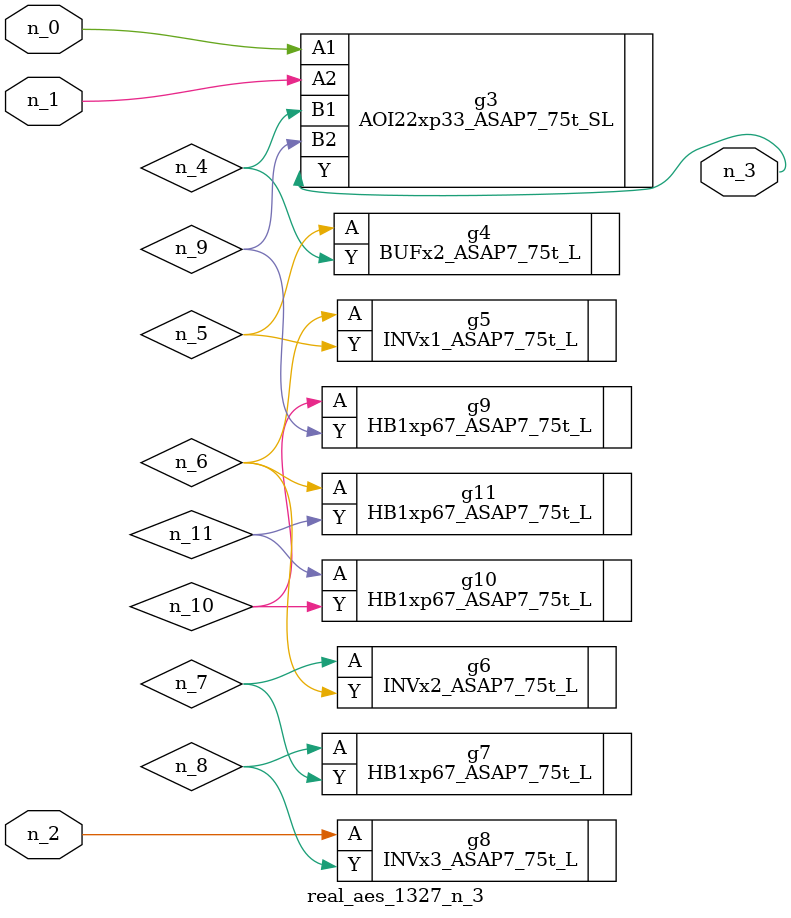
<source format=v>
module real_aes_1327_n_3 (n_0, n_2, n_1, n_3);
input n_0;
input n_2;
input n_1;
output n_3;
wire n_4;
wire n_5;
wire n_7;
wire n_9;
wire n_6;
wire n_8;
wire n_10;
wire n_11;
AOI22xp33_ASAP7_75t_SL g3 ( .A1(n_0), .A2(n_1), .B1(n_4), .B2(n_9), .Y(n_3) );
INVx3_ASAP7_75t_L g8 ( .A(n_2), .Y(n_8) );
BUFx2_ASAP7_75t_L g4 ( .A(n_5), .Y(n_4) );
INVx1_ASAP7_75t_L g5 ( .A(n_6), .Y(n_5) );
HB1xp67_ASAP7_75t_L g11 ( .A(n_6), .Y(n_11) );
INVx2_ASAP7_75t_L g6 ( .A(n_7), .Y(n_6) );
HB1xp67_ASAP7_75t_L g7 ( .A(n_8), .Y(n_7) );
HB1xp67_ASAP7_75t_L g9 ( .A(n_10), .Y(n_9) );
HB1xp67_ASAP7_75t_L g10 ( .A(n_11), .Y(n_10) );
endmodule
</source>
